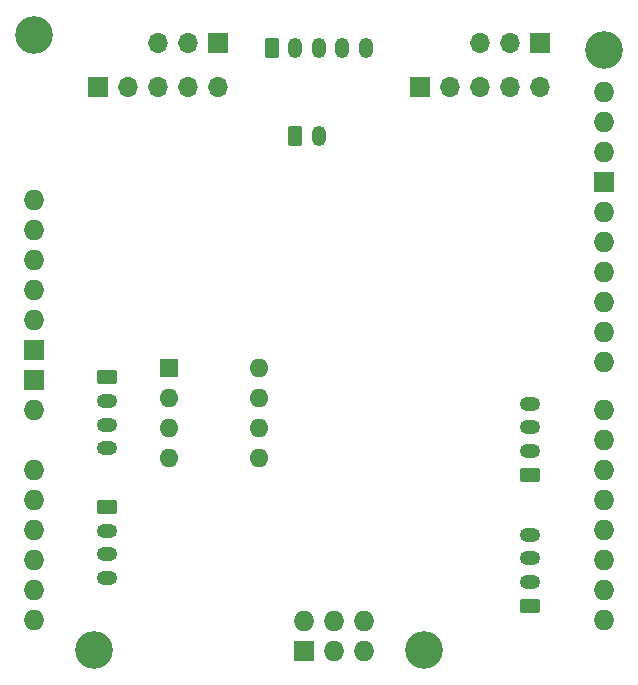
<source format=gbs>
G04 #@! TF.GenerationSoftware,KiCad,Pcbnew,7.0.0*
G04 #@! TF.CreationDate,2023-03-02T16:39:17-08:00*
G04 #@! TF.ProjectId,KYBERNETES-CHASSIS-SHIELD,4b594245-524e-4455-9445-532d43484153,rev?*
G04 #@! TF.SameCoordinates,Original*
G04 #@! TF.FileFunction,Soldermask,Bot*
G04 #@! TF.FilePolarity,Negative*
%FSLAX46Y46*%
G04 Gerber Fmt 4.6, Leading zero omitted, Abs format (unit mm)*
G04 Created by KiCad (PCBNEW 7.0.0) date 2023-03-02 16:39:17*
%MOMM*%
%LPD*%
G01*
G04 APERTURE LIST*
G04 Aperture macros list*
%AMRoundRect*
0 Rectangle with rounded corners*
0 $1 Rounding radius*
0 $2 $3 $4 $5 $6 $7 $8 $9 X,Y pos of 4 corners*
0 Add a 4 corners polygon primitive as box body*
4,1,4,$2,$3,$4,$5,$6,$7,$8,$9,$2,$3,0*
0 Add four circle primitives for the rounded corners*
1,1,$1+$1,$2,$3*
1,1,$1+$1,$4,$5*
1,1,$1+$1,$6,$7*
1,1,$1+$1,$8,$9*
0 Add four rect primitives between the rounded corners*
20,1,$1+$1,$2,$3,$4,$5,0*
20,1,$1+$1,$4,$5,$6,$7,0*
20,1,$1+$1,$6,$7,$8,$9,0*
20,1,$1+$1,$8,$9,$2,$3,0*%
G04 Aperture macros list end*
%ADD10R,1.600000X1.600000*%
%ADD11O,1.600000X1.600000*%
%ADD12R,1.700000X1.700000*%
%ADD13O,1.700000X1.700000*%
%ADD14RoundRect,0.250000X0.625000X-0.350000X0.625000X0.350000X-0.625000X0.350000X-0.625000X-0.350000X0*%
%ADD15O,1.750000X1.200000*%
%ADD16RoundRect,0.250000X-0.625000X0.350000X-0.625000X-0.350000X0.625000X-0.350000X0.625000X0.350000X0*%
%ADD17C,3.200000*%
%ADD18O,1.727200X1.727200*%
%ADD19R,1.727200X1.727200*%
%ADD20RoundRect,0.250000X-0.350000X-0.625000X0.350000X-0.625000X0.350000X0.625000X-0.350000X0.625000X0*%
%ADD21O,1.200000X1.750000*%
G04 APERTURE END LIST*
D10*
X139129999Y-105054999D03*
D11*
X139129999Y-107594999D03*
X139129999Y-110134999D03*
X139129999Y-112674999D03*
X146749999Y-112674999D03*
X146749999Y-110134999D03*
X146749999Y-107594999D03*
X146749999Y-105054999D03*
D12*
X143249999Y-77575118D03*
D13*
X140709999Y-77575118D03*
X138169999Y-77575118D03*
D14*
X169650000Y-114100000D03*
D15*
X169649999Y-112099999D03*
X169649999Y-110099999D03*
X169649999Y-108099999D03*
D14*
X169650000Y-125175000D03*
D15*
X169649999Y-123174999D03*
X169649999Y-121174999D03*
X169649999Y-119174999D03*
D16*
X133875000Y-116825000D03*
D15*
X133874999Y-118824999D03*
X133874999Y-120824999D03*
X133874999Y-122824999D03*
D17*
X127670000Y-76849881D03*
X175930000Y-78119881D03*
D18*
X127669999Y-90819880D03*
D17*
X160690000Y-128919881D03*
X132750000Y-128919881D03*
D18*
X127669999Y-98439880D03*
X127669999Y-100979880D03*
X155609999Y-129046880D03*
X127669999Y-113679880D03*
X127669999Y-116219880D03*
X127669999Y-118759880D03*
X127669999Y-121299880D03*
X127669999Y-123839880D03*
X127669999Y-126379880D03*
X175929999Y-86755880D03*
X175929999Y-126379880D03*
X175929999Y-123839880D03*
X175929999Y-121299880D03*
X175929999Y-118759880D03*
X175929999Y-116219880D03*
X175929999Y-113679880D03*
X175929999Y-111139880D03*
X175929999Y-108599880D03*
X175929999Y-104535880D03*
X175929999Y-101995880D03*
X175929999Y-99455880D03*
X175929999Y-96915880D03*
X175929999Y-94375880D03*
X175929999Y-91835880D03*
D19*
X175929999Y-89295880D03*
X127669999Y-103519880D03*
X127669999Y-106059880D03*
X150529999Y-129046880D03*
D18*
X127669999Y-93359880D03*
X155609999Y-126506880D03*
X153069999Y-129046880D03*
X127669999Y-95899880D03*
X150529999Y-126506880D03*
X153069999Y-126506880D03*
X175929999Y-81675880D03*
X175929999Y-84215880D03*
X127669999Y-108599880D03*
D20*
X147775000Y-77950000D03*
D21*
X149774999Y-77949999D03*
X151774999Y-77949999D03*
X153774999Y-77949999D03*
X155774999Y-77949999D03*
D20*
X149775000Y-85450000D03*
D21*
X151774999Y-85449999D03*
D12*
X133089999Y-81275118D03*
D13*
X135629999Y-81275118D03*
X138169999Y-81275118D03*
X140709999Y-81275118D03*
X143249999Y-81275118D03*
D12*
X160309999Y-81250118D03*
D13*
X162849999Y-81250118D03*
X165389999Y-81250118D03*
X167929999Y-81250118D03*
X170469999Y-81250118D03*
D16*
X133875000Y-105860000D03*
D15*
X133874999Y-107859999D03*
X133874999Y-109859999D03*
X133874999Y-111859999D03*
D12*
X170464999Y-77550118D03*
D13*
X167924999Y-77550118D03*
X165384999Y-77550118D03*
M02*

</source>
